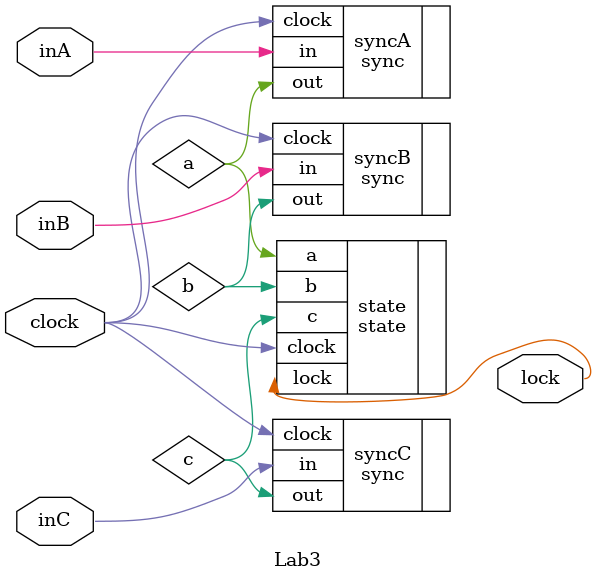
<source format=sv>
module Lab3(
	input logic clock, inA, inB, inC,
	output logic lock
);
	 
	logic a, b, c;
	
	sync syncA(.clock(clock), .in(inA), .out(a));
	sync syncB(.clock(clock), .in(inB), .out(b));
	sync syncC(.clock(clock), .in(inC), .out(c));
	state state(.clock(clock), .a(a), .b(b), .c(c), .lock(lock));
	
endmodule

</source>
